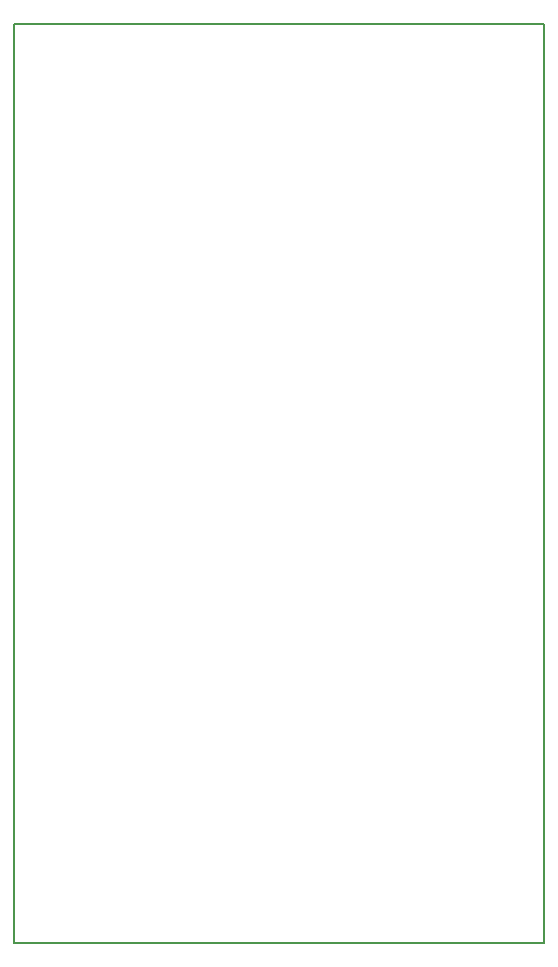
<source format=gm1>
G04 MADE WITH FRITZING*
G04 WWW.FRITZING.ORG*
G04 DOUBLE SIDED*
G04 HOLES PLATED*
G04 CONTOUR ON CENTER OF CONTOUR VECTOR*
%ASAXBY*%
%FSLAX23Y23*%
%MOIN*%
%OFA0B0*%
%SFA1.0B1.0*%
%ADD10R,1.771650X3.070870*%
%ADD11C,0.008000*%
%ADD10C,0.008*%
%LNCONTOUR*%
G90*
G70*
G54D10*
G54D11*
X4Y3067D02*
X1768Y3067D01*
X1768Y4D01*
X4Y4D01*
X4Y3067D01*
D02*
G04 End of contour*
M02*
</source>
